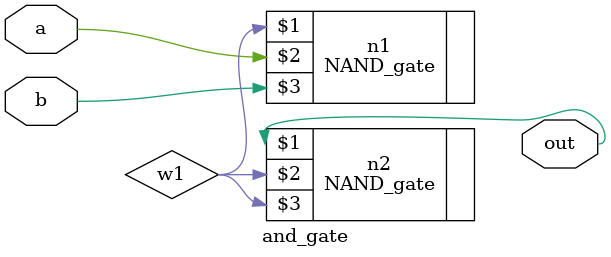
<source format=v>
`timescale 1ns / 1ps

module and_gate(out, a, b);
output out;
input a,b;
wire w1;

NAND_gate n1 (w1, a, b);
NAND_gate n2 (out, w1, w1);

endmodule

</source>
